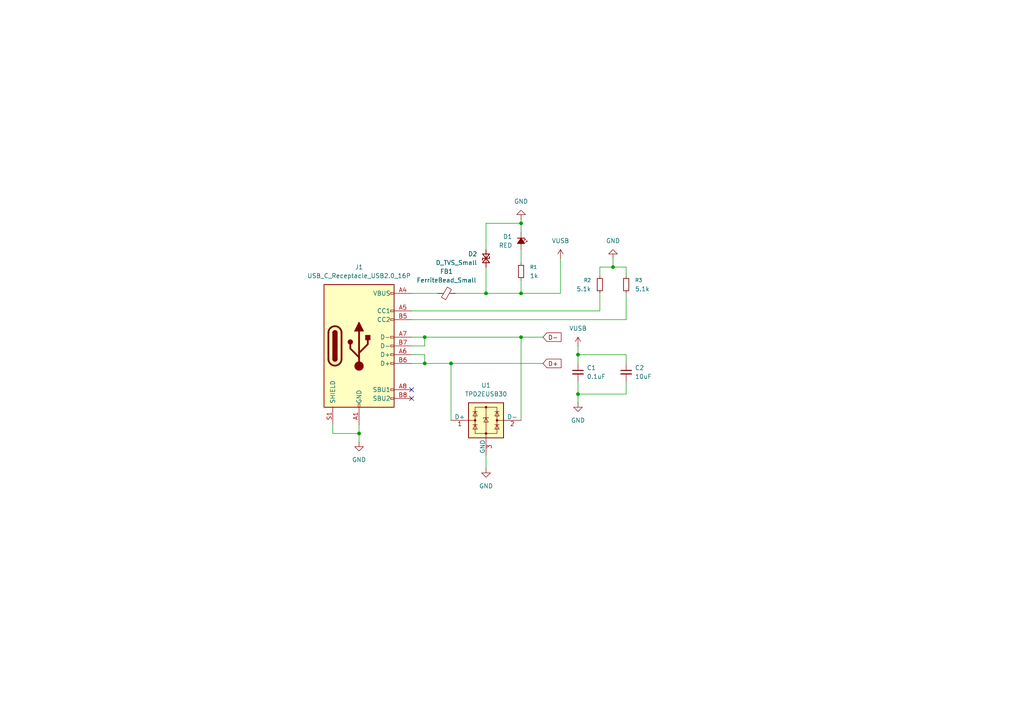
<source format=kicad_sch>
(kicad_sch (version 20250114) (generator "eeschema") (generator_version "9.0")
  (paper "A4")
  (lib_symbols
    (symbol "Connector:USB_C_Receptacle_USB2.0_16P" (pin_names (offset 1.016))
      (property "Reference" "J" (at 0 22.225 0))
      (property "Value" "USB_C_Receptacle_USB2.0_16P" (at 0 19.685 0))
      (symbol "USB_C_Receptacle_USB2.0_16P_0_0"
        (rectangle (start -0.254 -17.78) (end 0.254 -16.764))
        (rectangle (start 10.16 15.494) (end 9.144 14.986))
        (rectangle (start 10.16 10.414) (end 9.144 9.906))
        (rectangle (start 10.16 7.874) (end 9.144 7.366))
        (rectangle (start 10.16 2.794) (end 9.144 2.286))
        (rectangle (start 10.16 0.254) (end 9.144 -0.254))
        (rectangle (start 10.16 -2.286) (end 9.144 -2.794))
        (rectangle (start 10.16 -4.826) (end 9.144 -5.334))
        (rectangle (start 10.16 -12.446) (end 9.144 -12.954))
        (rectangle (start 10.16 -14.986) (end 9.144 -15.494))
      )
      (symbol "USB_C_Receptacle_USB2.0_16P_0_1"
        (rectangle (start -10.16 17.78) (end 10.16 -17.78) (stroke (width 0.254)) (fill (type background)))
        (polyline (pts (xy -8.89 -3.81) (xy -8.89 3.81)) (stroke (width 0.508)))
        (rectangle (start -7.62 -3.81) (end -6.35 3.81) (stroke (width 0.254)) (fill (type outline)))
        (arc (start -7.62 3.81) (mid -6.985 4.4423) (end -6.35 3.81) (stroke (width 0.254)))
        (arc (start -7.62 3.81) (mid -6.985 4.4423) (end -6.35 3.81) (stroke (width 0.254)) (fill (type outline)))
        (arc (start -8.89 3.81) (mid -6.985 5.7067) (end -5.08 3.81) (stroke (width 0.508)))
        (arc (start -5.08 -3.81) (mid -6.985 -5.7067) (end -8.89 -3.81) (stroke (width 0.508)))
        (arc (start -6.35 -3.81) (mid -6.985 -4.4423) (end -7.62 -3.81) (stroke (width 0.254)))
        (arc (start -6.35 -3.81) (mid -6.985 -4.4423) (end -7.62 -3.81) (stroke (width 0.254)) (fill (type outline)))
        (polyline (pts (xy -5.08 3.81) (xy -5.08 -3.81)) (stroke (width 0.508)))
        (circle (center -2.54 1.143) (radius 0.635) (stroke (width 0.254)) (fill (type outline)))
        (polyline (pts (xy -1.27 4.318) (xy 0 6.858) (xy 1.27 4.318) (xy -1.27 4.318)) (stroke (width 0.254)) (fill (type outline)))
        (polyline (pts (xy 0 -2.032) (xy 2.54 0.508) (xy 2.54 1.778)) (stroke (width 0.508)))
        (polyline (pts (xy 0 -3.302) (xy -2.54 -0.762) (xy -2.54 0.508)) (stroke (width 0.508)))
        (polyline (pts (xy 0 -5.842) (xy 0 4.318)) (stroke (width 0.508)))
        (circle (center 0 -5.842) (radius 1.27) (fill (type outline)))
        (rectangle (start 1.905 1.778) (end 3.175 3.048) (stroke (width 0.254)) (fill (type outline)))
      )
      (symbol "USB_C_Receptacle_USB2.0_16P_1_1"
        (pin passive line (at -7.62 -22.86 90) (length 5.08) (name "SHIELD") (number "S1"))
        (pin passive line (at 0 -22.86 90) (length 5.08) (name "GND") (number "A1"))
        (pin passive line (at 0 -22.86 90) (length 5.08) (hide yes) (name "GND") (number "A12"))
        (pin passive line (at 0 -22.86 90) (length 5.08) (hide yes) (name "GND") (number "B1"))
        (pin passive line (at 0 -22.86 90) (length 5.08) (hide yes) (name "GND") (number "B12"))
        (pin passive line (at 15.24 15.24 180) (length 5.08) (name "VBUS") (number "A4"))
        (pin passive line (at 15.24 15.24 180) (length 5.08) (hide yes) (name "VBUS") (number "A9"))
        (pin passive line (at 15.24 15.24 180) (length 5.08) (hide yes) (name "VBUS") (number "B4"))
        (pin passive line (at 15.24 15.24 180) (length 5.08) (hide yes) (name "VBUS") (number "B9"))
        (pin bidirectional line (at 15.24 10.16 180) (length 5.08) (name "CC1") (number "A5"))
        (pin bidirectional line (at 15.24 7.62 180) (length 5.08) (name "CC2") (number "B5"))
        (pin bidirectional line (at 15.24 2.54 180) (length 5.08) (name "D-") (number "A7"))
        (pin bidirectional line (at 15.24 0 180) (length 5.08) (name "D-") (number "B7"))
        (pin bidirectional line (at 15.24 -2.54 180) (length 5.08) (name "D+") (number "A6"))
        (pin bidirectional line (at 15.24 -5.08 180) (length 5.08) (name "D+") (number "B6"))
        (pin bidirectional line (at 15.24 -12.7 180) (length 5.08) (name "SBU1") (number "A8"))
        (pin bidirectional line (at 15.24 -15.24 180) (length 5.08) (name "SBU2") (number "B8"))
      )
    )
    (symbol "Device:C_Small" (pin_numbers (hide yes)) (pin_names (offset 0.254) (hide yes))
      (property "Reference" "C" (at 0.254 1.778 0))
      (property "Value" "C_Small" (at 0.254 -2.032 0))
      (symbol "C_Small_0_1"
        (polyline (pts (xy -1.524 0.508) (xy 1.524 0.508)) (stroke (width 0.3048)))
        (polyline (pts (xy -1.524 -0.508) (xy 1.524 -0.508)) (stroke (width 0.3302)))
      )
      (symbol "C_Small_1_1"
        (pin passive line (at 0 2.54 270) (length 2.032) (name "~") (number "1"))
        (pin passive line (at 0 -2.54 90) (length 2.032) (name "~") (number "2"))
      )
    )
    (symbol "Device:D_TVS_Small" (pin_numbers (hide yes)) (pin_names (offset 1.016) (hide yes))
      (property "Reference" "D" (at 0 2.54 0))
      (property "Value" "D_TVS_Small" (at 0 -2.54 0))
      (symbol "D_TVS_Small_0_1"
        (polyline (pts (xy -1.27 1.016) (xy -1.27 -1.016) (xy 1.27 1.016) (xy 1.27 -1.016) (xy -1.27 1.016)) (stroke (width 0.254)))
        (polyline (pts (xy -1.27 0) (xy 1.27 0)))
        (polyline (pts (xy 0.508 1.016) (xy 0 1.016) (xy 0 -1.016) (xy -0.508 -1.016)) (stroke (width 0.254)))
      )
      (symbol "D_TVS_Small_1_1"
        (pin passive line (at -2.54 0 0) (length 1.27) (name "A1") (number "1"))
        (pin passive line (at 2.54 0 180) (length 1.27) (name "A2") (number "2"))
      )
    )
    (symbol "Device:FerriteBead_Small" (pin_numbers (hide yes)) (pin_names (offset 0))
      (property "Reference" "FB" (at 1.905 1.27 0))
      (property "Value" "FerriteBead_Small" (at 1.905 -1.27 0))
      (symbol "FerriteBead_Small_0_1"
        (polyline (pts (xy -1.8288 0.2794) (xy -1.1176 1.4986) (xy 1.8288 -0.2032) (xy 1.1176 -1.4224) (xy -1.8288 0.2794)))
        (polyline (pts (xy 0 0.889) (xy 0 1.2954)))
        (polyline (pts (xy 0 -1.27) (xy 0 -0.7874)))
      )
      (symbol "FerriteBead_Small_1_1"
        (pin passive line (at 0 2.54 270) (length 1.27) (name "~") (number "1"))
        (pin passive line (at 0 -2.54 90) (length 1.27) (name "~") (number "2"))
      )
    )
    (symbol "Device:LED_Small_Filled" (pin_numbers (hide yes)) (pin_names (offset 0.254) (hide yes))
      (property "Reference" "D" (at -1.27 3.175 0))
      (property "Value" "LED_Small_Filled" (at -4.445 -2.54 0))
      (symbol "LED_Small_Filled_0_1"
        (polyline (pts (xy -0.762 -1.016) (xy -0.762 1.016)) (stroke (width 0.254)))
        (polyline (pts (xy 0 0.762) (xy -0.508 1.27) (xy -0.254 1.27) (xy -0.508 1.27) (xy -0.508 1.016)))
        (polyline (pts (xy 0.508 1.27) (xy 0 1.778) (xy 0.254 1.778) (xy 0 1.778) (xy 0 1.524)))
        (polyline (pts (xy 0.762 -1.016) (xy -0.762 0) (xy 0.762 1.016) (xy 0.762 -1.016)) (stroke (width 0.254)) (fill (type outline)))
        (polyline (pts (xy 1.016 0) (xy -0.762 0)))
      )
      (symbol "LED_Small_Filled_1_1"
        (pin passive line (at -2.54 0 0) (length 1.778) (name "K") (number "1"))
        (pin passive line (at 2.54 0 180) (length 1.778) (name "A") (number "2"))
      )
    )
    (symbol "Device:R_Small" (pin_numbers (hide yes)) (pin_names (offset 0.254) (hide yes))
      (property "Reference" "R" (at 0 0 90))
      (property "Value" "R_Small" (at 1.778 0 90))
      (symbol "R_Small_0_1"
        (rectangle (start -0.762 1.778) (end 0.762 -1.778) (stroke (width 0.2032)))
      )
      (symbol "R_Small_1_1"
        (pin passive line (at 0 2.54 270) (length 0.762) (name "~") (number "1"))
        (pin passive line (at 0 -2.54 90) (length 0.762) (name "~") (number "2"))
      )
    )
    (symbol "Power_Protection:TPD2EUSB30" (pin_names (offset 0))
      (property "Reference" "U" (at 0 6.35 0))
      (property "Value" "TPD2EUSB30" (at 7.62 -7.62 0))
      (symbol "TPD2EUSB30_0_1"
        (rectangle (start -5.08 5.08) (end 5.08 -5.08) (stroke (width 0.254)) (fill (type background)))
        (polyline (pts (xy -5.08 0) (xy -3.175 0)))
        (polyline (pts (xy -3.81 2.54) (xy -2.54 2.54)))
        (polyline (pts (xy -3.81 -1.27) (xy -2.54 -1.27)))
        (rectangle (start -3.175 3.81) (end 3.175 -3.81))
        (circle (center -3.175 0) (radius 0.2794) (fill (type outline)))
        (polyline (pts (xy -2.54 1.27) (xy -3.81 1.27) (xy -3.175 2.54) (xy -2.54 1.27)))
        (polyline (pts (xy -2.54 -2.54) (xy -3.81 -2.54) (xy -3.175 -1.27) (xy -2.54 -2.54)))
        (circle (center 0 3.81) (radius 0.2794) (fill (type outline)))
        (polyline (pts (xy 0 3.81) (xy 0 -5.08)))
        (circle (center 0 -3.81) (radius 0.2794) (fill (type outline)))
        (polyline (pts (xy 0.635 -0.508) (xy -0.635 -0.508) (xy 0 0.762) (xy 0.635 -0.508)))
        (polyline (pts (xy 0.762 0.762) (xy -0.762 0.762) (xy -0.762 0.508)))
        (polyline (pts (xy 2.54 2.54) (xy 3.81 2.54)))
        (polyline (pts (xy 2.54 -1.27) (xy 3.81 -1.27)))
        (circle (center 3.175 0) (radius 0.2794) (fill (type outline)))
        (polyline (pts (xy 3.81 1.27) (xy 2.54 1.27) (xy 3.175 2.54) (xy 3.81 1.27)))
        (polyline (pts (xy 3.81 -2.54) (xy 2.54 -2.54) (xy 3.175 -1.27) (xy 3.81 -2.54)))
        (polyline (pts (xy 5.08 0) (xy 3.175 0)))
      )
      (symbol "TPD2EUSB30_1_1"
        (pin passive line (at -10.16 0 0) (length 5.08) (name "D+") (number "1"))
        (pin passive line (at 0 -10.16 90) (length 5.08) (name "GND") (number "3"))
        (pin passive line (at 10.16 0 180) (length 5.08) (name "D-") (number "2"))
      )
    )
    (symbol "power:GND" (power) (pin_numbers (hide yes)) (pin_names (offset 0) (hide yes))
      (property "Value" "GND" (at 0 -3.81 0))
      (symbol "GND_0_1"
        (polyline (pts (xy 0 0) (xy 0 -1.27) (xy 1.27 -1.27) (xy 0 -2.54) (xy -1.27 -1.27) (xy 0 -1.27)))
      )
      (symbol "GND_1_1"
        (pin power_in line (at 0 0 270) (length 0) (name "~") (number "1"))
      )
    )
    (symbol "power:VBUS" (power) (pin_numbers (hide yes)) (pin_names (offset 0) (hide yes))
      (property "Value" "VBUS" (at 0 3.556 0))
      (symbol "VBUS_0_1"
        (polyline (pts (xy -0.762 1.27) (xy 0 2.54)))
        (polyline (pts (xy 0 2.54) (xy 0.762 1.27)))
        (polyline (pts (xy 0 0) (xy 0 2.54)))
      )
      (symbol "VBUS_1_1"
        (pin power_in line (at 0 0 90) (length 0) (name "~") (number "1"))
      )
    )
  )
  (junction (at 104.14 125.73))
  (junction (at 140.97 85.09))
  (junction (at 123.19 105.41))
  (junction (at 167.64 114.3))
  (junction (at 151.13 64.77))
  (junction (at 151.13 85.09))
  (junction (at 123.19 97.79))
  (junction (at 151.13 97.79))
  (junction (at 167.64 102.87))
  (junction (at 130.81 105.41))
  (junction (at 177.8 77.47))
  (no_connect (at 119.38 115.57))
  (no_connect (at 119.38 113.03))
  (wire (pts (xy 119.38 85.09) (xy 127 85.09)))
  (wire (pts (xy 177.8 77.47) (xy 173.99 77.47)))
  (wire (pts (xy 173.99 77.47) (xy 173.99 80.01)))
  (wire (pts (xy 151.13 72.39) (xy 151.13 76.2)))
  (wire (pts (xy 123.19 100.33) (xy 123.19 97.79)))
  (wire (pts (xy 123.19 102.87) (xy 123.19 105.41)))
  (wire (pts (xy 104.14 125.73) (xy 104.14 128.27)))
  (wire (pts (xy 140.97 72.39) (xy 140.97 64.77)))
  (wire (pts (xy 140.97 132.08) (xy 140.97 135.89)))
  (wire (pts (xy 177.8 74.93) (xy 177.8 77.47)))
  (wire (pts (xy 181.61 110.49) (xy 181.61 114.3)))
  (wire (pts (xy 119.38 90.17) (xy 173.99 90.17)))
  (wire (pts (xy 167.64 102.87) (xy 167.64 105.41)))
  (wire (pts (xy 140.97 77.47) (xy 140.97 85.09)))
  (wire (pts (xy 104.14 123.19) (xy 104.14 125.73)))
  (wire (pts (xy 140.97 85.09) (xy 151.13 85.09)))
  (wire (pts (xy 130.81 105.41) (xy 157.48 105.41)))
  (wire (pts (xy 181.61 80.01) (xy 181.61 77.47)))
  (wire (pts (xy 119.38 100.33) (xy 123.19 100.33)))
  (wire (pts (xy 167.64 100.33) (xy 167.64 102.87)))
  (wire (pts (xy 151.13 97.79) (xy 151.13 121.92)))
  (wire (pts (xy 130.81 105.41) (xy 130.81 121.92)))
  (wire (pts (xy 119.38 102.87) (xy 123.19 102.87)))
  (wire (pts (xy 119.38 105.41) (xy 123.19 105.41)))
  (wire (pts (xy 181.61 85.09) (xy 181.61 92.71)))
  (wire (pts (xy 151.13 85.09) (xy 162.56 85.09)))
  (wire (pts (xy 151.13 97.79) (xy 157.48 97.79)))
  (wire (pts (xy 96.52 123.19) (xy 96.52 125.73)))
  (wire (pts (xy 181.61 102.87) (xy 167.64 102.87)))
  (wire (pts (xy 123.19 97.79) (xy 151.13 97.79)))
  (wire (pts (xy 181.61 114.3) (xy 167.64 114.3)))
  (wire (pts (xy 173.99 85.09) (xy 173.99 90.17)))
  (wire (pts (xy 181.61 77.47) (xy 177.8 77.47)))
  (wire (pts (xy 119.38 92.71) (xy 181.61 92.71)))
  (wire (pts (xy 123.19 105.41) (xy 130.81 105.41)))
  (wire (pts (xy 162.56 74.93) (xy 162.56 85.09)))
  (wire (pts (xy 140.97 64.77) (xy 151.13 64.77)))
  (wire (pts (xy 167.64 114.3) (xy 167.64 116.84)))
  (wire (pts (xy 96.52 125.73) (xy 104.14 125.73)))
  (wire (pts (xy 151.13 81.28) (xy 151.13 85.09)))
  (wire (pts (xy 167.64 110.49) (xy 167.64 114.3)))
  (wire (pts (xy 151.13 63.5) (xy 151.13 64.77)))
  (wire (pts (xy 151.13 64.77) (xy 151.13 67.31)))
  (wire (pts (xy 119.38 97.79) (xy 123.19 97.79)))
  (wire (pts (xy 132.08 85.09) (xy 140.97 85.09)))
  (wire (pts (xy 181.61 105.41) (xy 181.61 102.87)))
  (global_label "D-" (shape input) (at 157.48 97.79 0) (property "Intersheetrefs" "${INTERSHEET_REFS}" (effects (hide yes))))
  (global_label "D+" (shape input) (at 157.48 105.41 0) (property "Intersheetrefs" "${INTERSHEET_REFS}" (effects (hide yes))))
  (symbol (lib_id "Power_Protection:TPD2EUSB30") (at 140.97 121.92 0) (unit 1)
    (property "Reference" "U1" (at 140.97 111.76 0))
    (property "Value" "TPD2EUSB30" (at 140.97 114.3 0))
    (property "Footprint" "Package_TO_SOT_SMD:Texas_DRT-3" (effects (hide yes)))
    (property "Datasheet" "http://www.ti.com/lit/ds/symlink/tpd2eusb30a.pdf" (effects (hide yes)))
    (property "Description" "2-Channel ESD Protection for Super-Speed USB 3.0 Interface, DRT-3" (effects (hide yes)))
  )
  (symbol (lib_id "power:GND") (at 140.97 135.89 0) (unit 1)
    (property "Reference" "#PWR07" (effects (hide yes)))
    (property "Value" "GND" (at 140.97 140.97 0))
    (property "Description" "Power symbol creates a global label with name \"GND\" , ground" (effects (hide yes)))
  )
  (symbol (lib_id "power:GND") (at 177.8 74.93 180) (unit 1)
    (property "Reference" "#PWR03" (effects (hide yes)))
    (property "Value" "GND" (at 177.8 69.85 0))
    (property "Description" "Power symbol creates a global label with name \"GND\" , ground" (effects (hide yes)))
  )
  (symbol (lib_id "Device:LED_Small_Filled") (at 151.13 69.85 270) (unit 1)
    (property "Reference" "D1" (at 148.59 68.6434 90) (effects (justify right)))
    (property "Value" "RED" (at 148.59 71.1834 90) (effects (justify right)))
    (property "Description" "Light emitting diode, small symbol, filled shape" (effects (hide yes)))
    (property "Sim.Pins" "1=K 2=A" (effects (hide yes)))
  )
  (symbol (lib_id "power:GND") (at 104.14 128.27 0) (unit 1)
    (property "Reference" "#PWR04" (effects (hide yes)))
    (property "Value" "GND" (at 104.14 133.35 0))
    (property "Description" "Power symbol creates a global label with name \"GND\" , ground" (effects (hide yes)))
  )
  (symbol (lib_id "power:VBUS") (at 167.64 100.33 0) (unit 1)
    (property "Reference" "#PWR05" (effects (hide yes)))
    (property "Value" "VUSB" (at 167.64 95.25 0))
    (property "Description" "Power symbol creates a global label with name \"VBUS\"" (effects (hide yes)))
  )
  (symbol (lib_id "Connector:USB_C_Receptacle_USB2.0_16P") (at 104.14 100.33 0) (unit 1)
    (property "Reference" "J1" (at 104.14 77.47 0))
    (property "Value" "USB_C_Receptacle_USB2.0_16P" (at 104.14 80.01 0))
    (property "Datasheet" "https://www.usb.org/sites/default/files/documents/usb_type-c.zip" (effects (hide yes)))
    (property "Description" "USB 2.0-only 16P Type-C Receptacle connector" (effects (hide yes)))
  )
  (symbol (lib_id "power:GND") (at 167.64 116.84 0) (unit 1)
    (property "Reference" "#PWR06" (effects (hide yes)))
    (property "Value" "GND" (at 167.64 121.92 0))
    (property "Description" "Power symbol creates a global label with name \"GND\" , ground" (effects (hide yes)))
  )
  (symbol (lib_id "Device:C_Small") (at 181.61 107.95 0) (unit 1)
    (property "Reference" "C2" (at 184.15 106.6862 0) (effects (justify left)))
    (property "Value" "10uF" (at 184.15 109.2262 0) (effects (justify left)))
    (property "Description" "Unpolarized capacitor, small symbol" (effects (hide yes)))
  )
  (symbol (lib_id "Device:R_Small") (at 181.61 82.55 0) (unit 1)
    (property "Reference" "R3" (at 184.15 81.2799 0) (effects (font (size 1.016 1.016)) (justify left)))
    (property "Value" "5.1k" (at 184.15 83.8199 0) (effects (justify left)))
    (property "Description" "Resistor, small symbol" (effects (hide yes)))
  )
  (symbol (lib_id "Device:R_Small") (at 151.13 78.74 0) (unit 1)
    (property "Reference" "R1" (at 153.67 77.4699 0) (effects (font (size 1.016 1.016)) (justify left)))
    (property "Value" "1k" (at 153.67 80.0099 0) (effects (justify left)))
    (property "Description" "Resistor, small symbol" (effects (hide yes)))
  )
  (symbol (lib_id "Device:D_TVS_Small") (at 140.97 74.93 270) (mirror x) (unit 1)
    (property "Reference" "D2" (at 138.43 73.6599 90) (effects (justify right)))
    (property "Value" "D_TVS_Small" (at 138.43 76.1999 90) (effects (justify right)))
    (property "Description" "Bidirectional transient-voltage-suppression diode, small symbol" (effects (hide yes)))
  )
  (symbol (lib_id "Device:C_Small") (at 167.64 107.95 0) (unit 1)
    (property "Reference" "C1" (at 170.18 106.6862 0) (effects (justify left)))
    (property "Value" "0.1uF" (at 170.18 109.2262 0) (effects (justify left)))
    (property "Description" "Unpolarized capacitor, small symbol" (effects (hide yes)))
  )
  (symbol (lib_id "Device:FerriteBead_Small") (at 129.54 85.09 90) (unit 1)
    (property "Reference" "FB1" (at 129.5019 78.74 90))
    (property "Value" "FerriteBead_Small" (at 129.5019 81.28 90))
    (property "Description" "Ferrite bead, small symbol" (effects (hide yes)))
  )
  (symbol (lib_id "Device:R_Small") (at 173.99 82.55 0) (mirror y) (unit 1)
    (property "Reference" "R2" (at 171.45 81.2799 0) (effects (font (size 1.016 1.016)) (justify left)))
    (property "Value" "5.1k" (at 171.45 83.8199 0) (effects (justify left)))
    (property "Description" "Resistor, small symbol" (effects (hide yes)))
  )
  (symbol (lib_id "power:GND") (at 151.13 63.5 180) (unit 1)
    (property "Reference" "#PWR02" (effects (hide yes)))
    (property "Value" "GND" (at 151.13 58.42 0))
    (property "Description" "Power symbol creates a global label with name \"GND\" , ground" (effects (hide yes)))
  )
  (symbol (lib_id "power:VBUS") (at 162.56 74.93 0) (unit 1)
    (property "Reference" "#PWR01" (effects (hide yes)))
    (property "Value" "VUSB" (at 162.56 69.85 0))
    (property "Description" "Power symbol creates a global label with name \"VBUS\"" (effects (hide yes)))
  )
)
</source>
